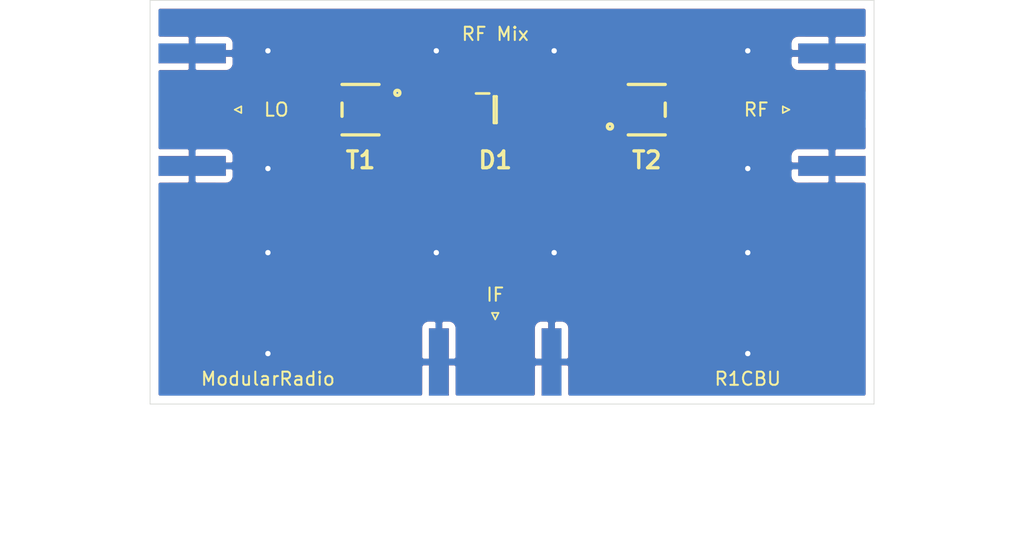
<source format=kicad_pcb>
(kicad_pcb (version 20171130) (host pcbnew 5.1.9-5.1.9)

  (general
    (thickness 1.6)
    (drawings 7)
    (tracks 43)
    (zones 0)
    (modules 6)
    (nets 9)
  )

  (page A4)
  (layers
    (0 F.Cu signal)
    (31 B.Cu signal)
    (32 B.Adhes user)
    (33 F.Adhes user)
    (34 B.Paste user)
    (35 F.Paste user)
    (36 B.SilkS user)
    (37 F.SilkS user)
    (38 B.Mask user)
    (39 F.Mask user)
    (40 Dwgs.User user)
    (41 Cmts.User user)
    (42 Eco1.User user)
    (43 Eco2.User user)
    (44 Edge.Cuts user)
    (45 Margin user)
    (46 B.CrtYd user)
    (47 F.CrtYd user)
    (48 B.Fab user)
    (49 F.Fab user)
  )

  (setup
    (last_trace_width 0.25)
    (user_trace_width 0.5)
    (trace_clearance 0.2)
    (zone_clearance 0.508)
    (zone_45_only no)
    (trace_min 0.2)
    (via_size 0.8)
    (via_drill 0.4)
    (via_min_size 0.4)
    (via_min_drill 0.3)
    (uvia_size 0.3)
    (uvia_drill 0.1)
    (uvias_allowed no)
    (uvia_min_size 0.2)
    (uvia_min_drill 0.1)
    (edge_width 0.05)
    (segment_width 0.2)
    (pcb_text_width 0.3)
    (pcb_text_size 1.5 1.5)
    (mod_edge_width 0.12)
    (mod_text_size 1 1)
    (mod_text_width 0.15)
    (pad_size 1.524 1.524)
    (pad_drill 0.762)
    (pad_to_mask_clearance 0)
    (aux_axis_origin 0 0)
    (visible_elements FFFFFF7F)
    (pcbplotparams
      (layerselection 0x010fc_ffffffff)
      (usegerberextensions false)
      (usegerberattributes true)
      (usegerberadvancedattributes true)
      (creategerberjobfile true)
      (excludeedgelayer true)
      (linewidth 0.100000)
      (plotframeref false)
      (viasonmask false)
      (mode 1)
      (useauxorigin false)
      (hpglpennumber 1)
      (hpglpenspeed 20)
      (hpglpendiameter 15.000000)
      (psnegative false)
      (psa4output false)
      (plotreference true)
      (plotvalue true)
      (plotinvisibletext false)
      (padsonsilk false)
      (subtractmaskfromsilk false)
      (outputformat 1)
      (mirror false)
      (drillshape 1)
      (scaleselection 1)
      (outputdirectory ""))
  )

  (net 0 "")
  (net 1 "Net-(D1-Pad1)")
  (net 2 "Net-(D1-Pad2)")
  (net 3 "Net-(D1-Pad3)")
  (net 4 "Net-(D1-Pad6)")
  (net 5 GND)
  (net 6 "Net-(J1-Pad1)")
  (net 7 "Net-(J2-Pad1)")
  (net 8 "Net-(J3-Pad1)")

  (net_class Default "This is the default net class."
    (clearance 0.2)
    (trace_width 0.25)
    (via_dia 0.8)
    (via_drill 0.4)
    (uvia_dia 0.3)
    (uvia_drill 0.1)
    (add_net GND)
    (add_net "Net-(D1-Pad1)")
    (add_net "Net-(D1-Pad2)")
    (add_net "Net-(D1-Pad3)")
    (add_net "Net-(D1-Pad6)")
    (add_net "Net-(J1-Pad1)")
    (add_net "Net-(J2-Pad1)")
    (add_net "Net-(J3-Pad1)")
  )

  (module SOT65P210X110-6N (layer F.Cu) (tedit 601A540E) (tstamp 601ACDA2)
    (at 147.32 92.71)
    (descr SOT-363)
    (tags "Schottky Diode")
    (path /601B12BA)
    (attr smd)
    (fp_text reference D1 (at 0 3.81) (layer F.SilkS)
      (effects (font (size 1.27 1.27) (thickness 0.254)))
    )
    (fp_text value BAT54XY,115 (at 0 0) (layer F.SilkS) hide
      (effects (font (size 1.27 1.27) (thickness 0.254)))
    )
    (fp_line (start -1.45 -1.225) (end -0.45 -1.225) (layer F.SilkS) (width 0.2))
    (fp_line (start -0.1 1) (end -0.1 -1) (layer F.SilkS) (width 0.2))
    (fp_line (start 0.1 1) (end -0.1 1) (layer F.SilkS) (width 0.2))
    (fp_line (start 0.1 -1) (end 0.1 1) (layer F.SilkS) (width 0.2))
    (fp_line (start -0.1 -1) (end 0.1 -1) (layer F.SilkS) (width 0.2))
    (fp_line (start -0.625 -0.35) (end 0.025 -1) (layer Dwgs.User) (width 0.1))
    (fp_line (start -0.625 1) (end -0.625 -1) (layer Dwgs.User) (width 0.1))
    (fp_line (start 0.625 1) (end -0.625 1) (layer Dwgs.User) (width 0.1))
    (fp_line (start 0.625 -1) (end 0.625 1) (layer Dwgs.User) (width 0.1))
    (fp_line (start -0.625 -1) (end 0.625 -1) (layer Dwgs.User) (width 0.1))
    (fp_line (start -1.7 1.35) (end -1.7 -1.35) (layer Dwgs.User) (width 0.05))
    (fp_line (start 1.7 1.35) (end -1.7 1.35) (layer Dwgs.User) (width 0.05))
    (fp_line (start 1.7 -1.35) (end 1.7 1.35) (layer Dwgs.User) (width 0.05))
    (fp_line (start -1.7 -1.35) (end 1.7 -1.35) (layer Dwgs.User) (width 0.05))
    (pad 1 smd rect (at -0.95 -0.65 90) (size 0.45 1) (layers F.Cu F.Paste F.Mask)
      (net 1 "Net-(D1-Pad1)"))
    (pad 2 smd rect (at -0.95 0 90) (size 0.45 1) (layers F.Cu F.Paste F.Mask)
      (net 2 "Net-(D1-Pad2)"))
    (pad 3 smd rect (at -0.95 0.65 90) (size 0.45 1) (layers F.Cu F.Paste F.Mask)
      (net 3 "Net-(D1-Pad3)"))
    (pad 4 smd rect (at 0.95 0.65 90) (size 0.45 1) (layers F.Cu F.Paste F.Mask)
      (net 2 "Net-(D1-Pad2)"))
    (pad 5 smd rect (at 0.95 0 90) (size 0.45 1) (layers F.Cu F.Paste F.Mask)
      (net 1 "Net-(D1-Pad1)"))
    (pad 6 smd rect (at 0.95 -0.65 90) (size 0.45 1) (layers F.Cu F.Paste F.Mask)
      (net 4 "Net-(D1-Pad6)"))
  )

  (module Connector_Coaxial:SMA_Amphenol_132289_EdgeMount (layer F.Cu) (tedit 5A1C1810) (tstamp 601AC72F)
    (at 124.46 92.71 180)
    (descr http://www.amphenolrf.com/132289.html)
    (tags SMA)
    (path /601B91E5)
    (attr smd)
    (fp_text reference LO (at -6.35 0 180) (layer F.SilkS)
      (effects (font (size 1 1) (thickness 0.15)))
    )
    (fp_text value LO (at 5 6) (layer F.Fab)
      (effects (font (size 1 1) (thickness 0.15)))
    )
    (fp_line (start -3.71 0.25) (end -3.21 0) (layer F.SilkS) (width 0.12))
    (fp_line (start -3.71 -0.25) (end -3.71 0.25) (layer F.SilkS) (width 0.12))
    (fp_line (start -3.21 0) (end -3.71 -0.25) (layer F.SilkS) (width 0.12))
    (fp_line (start 3.54 0) (end 2.54 0.75) (layer F.Fab) (width 0.1))
    (fp_line (start 2.54 -0.75) (end 3.54 0) (layer F.Fab) (width 0.1))
    (fp_line (start 14.47 -5.58) (end -3.04 -5.58) (layer F.CrtYd) (width 0.05))
    (fp_line (start 14.47 -5.58) (end 14.47 5.58) (layer F.CrtYd) (width 0.05))
    (fp_line (start 14.47 5.58) (end -3.04 5.58) (layer F.CrtYd) (width 0.05))
    (fp_line (start -3.04 5.58) (end -3.04 -5.58) (layer F.CrtYd) (width 0.05))
    (fp_line (start 14.47 -5.58) (end -3.04 -5.58) (layer B.CrtYd) (width 0.05))
    (fp_line (start 14.47 -5.58) (end 14.47 5.58) (layer B.CrtYd) (width 0.05))
    (fp_line (start 14.47 5.58) (end -3.04 5.58) (layer B.CrtYd) (width 0.05))
    (fp_line (start -3.04 5.58) (end -3.04 -5.58) (layer B.CrtYd) (width 0.05))
    (fp_line (start 4.445 -3.81) (end 13.97 -3.81) (layer F.Fab) (width 0.1))
    (fp_line (start 13.97 -3.81) (end 13.97 3.81) (layer F.Fab) (width 0.1))
    (fp_line (start 13.97 3.81) (end 4.445 3.81) (layer F.Fab) (width 0.1))
    (fp_line (start 4.445 5.08) (end 4.445 3.81) (layer F.Fab) (width 0.1))
    (fp_line (start 4.445 -3.81) (end 4.445 -5.08) (layer F.Fab) (width 0.1))
    (fp_line (start -1.91 -5.08) (end 4.445 -5.08) (layer F.Fab) (width 0.1))
    (fp_line (start -1.91 -5.08) (end -1.91 -3.81) (layer F.Fab) (width 0.1))
    (fp_line (start -1.91 -3.81) (end 2.54 -3.81) (layer F.Fab) (width 0.1))
    (fp_line (start 2.54 -3.81) (end 2.54 3.81) (layer F.Fab) (width 0.1))
    (fp_line (start 2.54 3.81) (end -1.91 3.81) (layer F.Fab) (width 0.1))
    (fp_line (start -1.91 3.81) (end -1.91 5.08) (layer F.Fab) (width 0.1))
    (fp_line (start -1.91 5.08) (end 4.445 5.08) (layer F.Fab) (width 0.1))
    (fp_text user %R (at 4.79 0 270) (layer F.Fab)
      (effects (font (size 1 1) (thickness 0.15)))
    )
    (pad 2 smd rect (at 0 4.25 270) (size 1.5 5.08) (layers B.Cu B.Paste B.Mask)
      (net 5 GND))
    (pad 2 smd rect (at 0 -4.25 270) (size 1.5 5.08) (layers B.Cu B.Paste B.Mask)
      (net 5 GND))
    (pad 2 smd rect (at 0 4.25 270) (size 1.5 5.08) (layers F.Cu F.Paste F.Mask)
      (net 5 GND))
    (pad 2 smd rect (at 0 -4.25 270) (size 1.5 5.08) (layers F.Cu F.Paste F.Mask)
      (net 5 GND))
    (pad 1 smd rect (at 0 0 270) (size 1.5 5.08) (layers F.Cu F.Paste F.Mask)
      (net 6 "Net-(J1-Pad1)"))
    (model ${KISYS3DMOD}/Connector_Coaxial.3dshapes/SMA_Amphenol_132289_EdgeMount.wrl
      (at (xyz 0 0 0))
      (scale (xyz 1 1 1))
      (rotate (xyz 0 0 0))
    )
  )

  (module Connector_Coaxial:SMA_Amphenol_132289_EdgeMount (layer F.Cu) (tedit 5A1C1810) (tstamp 601AC5BE)
    (at 147.32 111.76 270)
    (descr http://www.amphenolrf.com/132289.html)
    (tags SMA)
    (path /601BBC0E)
    (attr smd)
    (fp_text reference IF (at -5.08 0) (layer F.SilkS)
      (effects (font (size 1 1) (thickness 0.15)))
    )
    (fp_text value IF (at 5 6 90) (layer F.Fab)
      (effects (font (size 1 1) (thickness 0.15)))
    )
    (fp_line (start -3.71 0.25) (end -3.21 0) (layer F.SilkS) (width 0.12))
    (fp_line (start -3.71 -0.25) (end -3.71 0.25) (layer F.SilkS) (width 0.12))
    (fp_line (start -3.21 0) (end -3.71 -0.25) (layer F.SilkS) (width 0.12))
    (fp_line (start 3.54 0) (end 2.54 0.75) (layer F.Fab) (width 0.1))
    (fp_line (start 2.54 -0.75) (end 3.54 0) (layer F.Fab) (width 0.1))
    (fp_line (start 14.47 -5.58) (end -3.04 -5.58) (layer F.CrtYd) (width 0.05))
    (fp_line (start 14.47 -5.58) (end 14.47 5.58) (layer F.CrtYd) (width 0.05))
    (fp_line (start 14.47 5.58) (end -3.04 5.58) (layer F.CrtYd) (width 0.05))
    (fp_line (start -3.04 5.58) (end -3.04 -5.58) (layer F.CrtYd) (width 0.05))
    (fp_line (start 14.47 -5.58) (end -3.04 -5.58) (layer B.CrtYd) (width 0.05))
    (fp_line (start 14.47 -5.58) (end 14.47 5.58) (layer B.CrtYd) (width 0.05))
    (fp_line (start 14.47 5.58) (end -3.04 5.58) (layer B.CrtYd) (width 0.05))
    (fp_line (start -3.04 5.58) (end -3.04 -5.58) (layer B.CrtYd) (width 0.05))
    (fp_line (start 4.445 -3.81) (end 13.97 -3.81) (layer F.Fab) (width 0.1))
    (fp_line (start 13.97 -3.81) (end 13.97 3.81) (layer F.Fab) (width 0.1))
    (fp_line (start 13.97 3.81) (end 4.445 3.81) (layer F.Fab) (width 0.1))
    (fp_line (start 4.445 5.08) (end 4.445 3.81) (layer F.Fab) (width 0.1))
    (fp_line (start 4.445 -3.81) (end 4.445 -5.08) (layer F.Fab) (width 0.1))
    (fp_line (start -1.91 -5.08) (end 4.445 -5.08) (layer F.Fab) (width 0.1))
    (fp_line (start -1.91 -5.08) (end -1.91 -3.81) (layer F.Fab) (width 0.1))
    (fp_line (start -1.91 -3.81) (end 2.54 -3.81) (layer F.Fab) (width 0.1))
    (fp_line (start 2.54 -3.81) (end 2.54 3.81) (layer F.Fab) (width 0.1))
    (fp_line (start 2.54 3.81) (end -1.91 3.81) (layer F.Fab) (width 0.1))
    (fp_line (start -1.91 3.81) (end -1.91 5.08) (layer F.Fab) (width 0.1))
    (fp_line (start -1.91 5.08) (end 4.445 5.08) (layer F.Fab) (width 0.1))
    (fp_text user %R (at 4.79 0 180) (layer F.Fab)
      (effects (font (size 1 1) (thickness 0.15)))
    )
    (pad 2 smd rect (at 0 4.25) (size 1.5 5.08) (layers B.Cu B.Paste B.Mask)
      (net 5 GND))
    (pad 2 smd rect (at 0 -4.25) (size 1.5 5.08) (layers B.Cu B.Paste B.Mask)
      (net 5 GND))
    (pad 2 smd rect (at 0 4.25) (size 1.5 5.08) (layers F.Cu F.Paste F.Mask)
      (net 5 GND))
    (pad 2 smd rect (at 0 -4.25) (size 1.5 5.08) (layers F.Cu F.Paste F.Mask)
      (net 5 GND))
    (pad 1 smd rect (at 0 0) (size 1.5 5.08) (layers F.Cu F.Paste F.Mask)
      (net 7 "Net-(J2-Pad1)"))
    (model ${KISYS3DMOD}/Connector_Coaxial.3dshapes/SMA_Amphenol_132289_EdgeMount.wrl
      (at (xyz 0 0 0))
      (scale (xyz 1 1 1))
      (rotate (xyz 0 0 0))
    )
  )

  (module Connector_Coaxial:SMA_Amphenol_132289_EdgeMount (layer F.Cu) (tedit 5A1C1810) (tstamp 601AC6C9)
    (at 172.72 92.71)
    (descr http://www.amphenolrf.com/132289.html)
    (tags SMA)
    (path /601BB082)
    (attr smd)
    (fp_text reference RF (at -5.715 0 180) (layer F.SilkS)
      (effects (font (size 1 1) (thickness 0.15)))
    )
    (fp_text value RF (at 5 6) (layer F.Fab)
      (effects (font (size 1 1) (thickness 0.15)))
    )
    (fp_line (start -1.91 5.08) (end 4.445 5.08) (layer F.Fab) (width 0.1))
    (fp_line (start -1.91 3.81) (end -1.91 5.08) (layer F.Fab) (width 0.1))
    (fp_line (start 2.54 3.81) (end -1.91 3.81) (layer F.Fab) (width 0.1))
    (fp_line (start 2.54 -3.81) (end 2.54 3.81) (layer F.Fab) (width 0.1))
    (fp_line (start -1.91 -3.81) (end 2.54 -3.81) (layer F.Fab) (width 0.1))
    (fp_line (start -1.91 -5.08) (end -1.91 -3.81) (layer F.Fab) (width 0.1))
    (fp_line (start -1.91 -5.08) (end 4.445 -5.08) (layer F.Fab) (width 0.1))
    (fp_line (start 4.445 -3.81) (end 4.445 -5.08) (layer F.Fab) (width 0.1))
    (fp_line (start 4.445 5.08) (end 4.445 3.81) (layer F.Fab) (width 0.1))
    (fp_line (start 13.97 3.81) (end 4.445 3.81) (layer F.Fab) (width 0.1))
    (fp_line (start 13.97 -3.81) (end 13.97 3.81) (layer F.Fab) (width 0.1))
    (fp_line (start 4.445 -3.81) (end 13.97 -3.81) (layer F.Fab) (width 0.1))
    (fp_line (start -3.04 5.58) (end -3.04 -5.58) (layer B.CrtYd) (width 0.05))
    (fp_line (start 14.47 5.58) (end -3.04 5.58) (layer B.CrtYd) (width 0.05))
    (fp_line (start 14.47 -5.58) (end 14.47 5.58) (layer B.CrtYd) (width 0.05))
    (fp_line (start 14.47 -5.58) (end -3.04 -5.58) (layer B.CrtYd) (width 0.05))
    (fp_line (start -3.04 5.58) (end -3.04 -5.58) (layer F.CrtYd) (width 0.05))
    (fp_line (start 14.47 5.58) (end -3.04 5.58) (layer F.CrtYd) (width 0.05))
    (fp_line (start 14.47 -5.58) (end 14.47 5.58) (layer F.CrtYd) (width 0.05))
    (fp_line (start 14.47 -5.58) (end -3.04 -5.58) (layer F.CrtYd) (width 0.05))
    (fp_line (start 2.54 -0.75) (end 3.54 0) (layer F.Fab) (width 0.1))
    (fp_line (start 3.54 0) (end 2.54 0.75) (layer F.Fab) (width 0.1))
    (fp_line (start -3.21 0) (end -3.71 -0.25) (layer F.SilkS) (width 0.12))
    (fp_line (start -3.71 -0.25) (end -3.71 0.25) (layer F.SilkS) (width 0.12))
    (fp_line (start -3.71 0.25) (end -3.21 0) (layer F.SilkS) (width 0.12))
    (fp_text user %R (at 4.79 0 270) (layer F.Fab)
      (effects (font (size 1 1) (thickness 0.15)))
    )
    (pad 1 smd rect (at 0 0 90) (size 1.5 5.08) (layers F.Cu F.Paste F.Mask)
      (net 8 "Net-(J3-Pad1)"))
    (pad 2 smd rect (at 0 -4.25 90) (size 1.5 5.08) (layers F.Cu F.Paste F.Mask)
      (net 5 GND))
    (pad 2 smd rect (at 0 4.25 90) (size 1.5 5.08) (layers F.Cu F.Paste F.Mask)
      (net 5 GND))
    (pad 2 smd rect (at 0 -4.25 90) (size 1.5 5.08) (layers B.Cu B.Paste B.Mask)
      (net 5 GND))
    (pad 2 smd rect (at 0 4.25 90) (size 1.5 5.08) (layers B.Cu B.Paste B.Mask)
      (net 5 GND))
    (model ${KISYS3DMOD}/Connector_Coaxial.3dshapes/SMA_Amphenol_132289_EdgeMount.wrl
      (at (xyz 0 0 0))
      (scale (xyz 1 1 1))
      (rotate (xyz 0 0 0))
    )
  )

  (module E_SERIES_1 (layer F.Cu) (tedit 60154834) (tstamp 601AC657)
    (at 137.16 92.71)
    (descr E_Series_1)
    (tags Transformer)
    (path /601A972C)
    (attr smd)
    (fp_text reference T1 (at 0 3.81) (layer F.SilkS)
      (effects (font (size 1.27 1.27) (thickness 0.254)))
    )
    (fp_text value ETC4-1-2TR (at -0.32773 -0.06132) (layer F.SilkS) hide
      (effects (font (size 1.27 1.27) (thickness 0.254)))
    )
    (fp_circle (center 2.776 -1.27) (end 2.71205 -1.27) (layer F.SilkS) (width 0.254))
    (fp_line (start -1.395 -0.5) (end -1.395 0.5) (layer F.SilkS) (width 0.25))
    (fp_line (start 1.395 1.905) (end -1.395 1.905) (layer F.SilkS) (width 0.25))
    (fp_line (start -1.395 -1.905) (end 1.395 -1.905) (layer F.SilkS) (width 0.25))
    (fp_line (start -1.395 1.905) (end -1.395 -1.905) (layer Dwgs.User) (width 0.25))
    (fp_line (start 1.395 1.905) (end -1.395 1.905) (layer Dwgs.User) (width 0.25))
    (fp_line (start 1.395 -1.905) (end 1.395 1.905) (layer Dwgs.User) (width 0.25))
    (fp_line (start -1.395 -1.905) (end 1.395 -1.905) (layer Dwgs.User) (width 0.25))
    (pad 1 smd rect (at 1.715 -1.27 90) (size 0.76 1.4) (layers F.Cu F.Paste F.Mask)
      (net 4 "Net-(D1-Pad6)"))
    (pad 2 smd rect (at 1.715 0 90) (size 0.76 1.4) (layers F.Cu F.Paste F.Mask)
      (net 5 GND))
    (pad 3 smd rect (at 1.715 1.27 90) (size 0.76 1.4) (layers F.Cu F.Paste F.Mask)
      (net 3 "Net-(D1-Pad3)"))
    (pad 4 smd rect (at -1.715 1.27 90) (size 0.76 1.4) (layers F.Cu F.Paste F.Mask)
      (net 5 GND))
    (pad 5 smd rect (at -1.715 -1.27 90) (size 0.76 1.4) (layers F.Cu F.Paste F.Mask)
      (net 6 "Net-(J1-Pad1)"))
  )

  (module E_SERIES_1 (layer F.Cu) (tedit 60154834) (tstamp 601ACA0B)
    (at 158.75 92.71 180)
    (descr E_Series_1)
    (tags Transformer)
    (path /601AB0D7)
    (attr smd)
    (fp_text reference T2 (at 0 -3.81) (layer F.SilkS)
      (effects (font (size 1.27 1.27) (thickness 0.254)))
    )
    (fp_text value ETC4-1-2TR (at -0.32773 -0.06132) (layer F.SilkS) hide
      (effects (font (size 1.27 1.27) (thickness 0.254)))
    )
    (fp_line (start -1.395 -1.905) (end 1.395 -1.905) (layer Dwgs.User) (width 0.25))
    (fp_line (start 1.395 -1.905) (end 1.395 1.905) (layer Dwgs.User) (width 0.25))
    (fp_line (start 1.395 1.905) (end -1.395 1.905) (layer Dwgs.User) (width 0.25))
    (fp_line (start -1.395 1.905) (end -1.395 -1.905) (layer Dwgs.User) (width 0.25))
    (fp_line (start -1.395 -1.905) (end 1.395 -1.905) (layer F.SilkS) (width 0.25))
    (fp_line (start 1.395 1.905) (end -1.395 1.905) (layer F.SilkS) (width 0.25))
    (fp_line (start -1.395 -0.5) (end -1.395 0.5) (layer F.SilkS) (width 0.25))
    (fp_circle (center 2.776 -1.27) (end 2.71205 -1.27) (layer F.SilkS) (width 0.254))
    (pad 5 smd rect (at -1.715 -1.27 270) (size 0.76 1.4) (layers F.Cu F.Paste F.Mask)
      (net 8 "Net-(J3-Pad1)"))
    (pad 4 smd rect (at -1.715 1.27 270) (size 0.76 1.4) (layers F.Cu F.Paste F.Mask)
      (net 5 GND))
    (pad 3 smd rect (at 1.715 1.27 270) (size 0.76 1.4) (layers F.Cu F.Paste F.Mask)
      (net 2 "Net-(D1-Pad2)"))
    (pad 2 smd rect (at 1.715 0 270) (size 0.76 1.4) (layers F.Cu F.Paste F.Mask)
      (net 7 "Net-(J2-Pad1)"))
    (pad 1 smd rect (at 1.715 -1.27 270) (size 0.76 1.4) (layers F.Cu F.Paste F.Mask)
      (net 1 "Net-(D1-Pad1)"))
  )

  (gr_text "RF Mix" (at 147.32 86.995) (layer F.SilkS)
    (effects (font (size 1 1) (thickness 0.15)))
  )
  (gr_text R1CBU (at 166.37 113.03) (layer F.SilkS)
    (effects (font (size 1 1) (thickness 0.15)))
  )
  (gr_text ModularRadio (at 130.175 113.03) (layer F.SilkS)
    (effects (font (size 1 1) (thickness 0.15)))
  )
  (gr_line (start 121.285 114.935) (end 121.285 84.455) (layer Edge.Cuts) (width 0.05) (tstamp 601AD2BA))
  (gr_line (start 175.895 114.935) (end 121.285 114.935) (layer Edge.Cuts) (width 0.05))
  (gr_line (start 175.895 84.455) (end 175.895 114.935) (layer Edge.Cuts) (width 0.05))
  (gr_line (start 121.285 84.455) (end 175.895 84.455) (layer Edge.Cuts) (width 0.05))

  (segment (start 147.680002 92.71) (end 148.27 92.71) (width 0.25) (layer F.Cu) (net 1))
  (segment (start 147.030002 92.06) (end 147.680002 92.71) (width 0.25) (layer F.Cu) (net 1))
  (segment (start 146.37 92.06) (end 147.030002 92.06) (width 0.25) (layer F.Cu) (net 1))
  (segment (start 157.985 93.98) (end 157.035 93.98) (width 0.25) (layer F.Cu) (net 1))
  (segment (start 148.27 92.71) (end 151.13 92.71) (width 0.25) (layer F.Cu) (net 1))
  (segment (start 153.67 90.17) (end 157.48 90.17) (width 0.25) (layer F.Cu) (net 1))
  (segment (start 157.48 90.17) (end 158.75 91.44) (width 0.25) (layer F.Cu) (net 1))
  (segment (start 158.75 91.44) (end 158.75 93.215) (width 0.25) (layer F.Cu) (net 1))
  (segment (start 151.13 92.71) (end 153.67 90.17) (width 0.25) (layer F.Cu) (net 1))
  (segment (start 158.75 93.215) (end 157.985 93.98) (width 0.25) (layer F.Cu) (net 1))
  (segment (start 147.693592 93.36) (end 148.27 93.36) (width 0.25) (layer F.Cu) (net 2))
  (segment (start 147.043592 92.71) (end 147.693592 93.36) (width 0.25) (layer F.Cu) (net 2))
  (segment (start 146.37 92.71) (end 147.043592 92.71) (width 0.25) (layer F.Cu) (net 2))
  (segment (start 148.27 93.36) (end 151.75 93.36) (width 0.25) (layer F.Cu) (net 2))
  (segment (start 153.67 91.44) (end 157.035 91.44) (width 0.25) (layer F.Cu) (net 2))
  (segment (start 151.75 93.36) (end 153.67 91.44) (width 0.25) (layer F.Cu) (net 2))
  (segment (start 145.75 93.98) (end 146.37 93.36) (width 0.25) (layer F.Cu) (net 3))
  (segment (start 138.875 93.98) (end 145.75 93.98) (width 0.25) (layer F.Cu) (net 3))
  (segment (start 138.875 91.44) (end 140.97 91.44) (width 0.25) (layer F.Cu) (net 4))
  (segment (start 140.97 91.44) (end 142.24 90.17) (width 0.25) (layer F.Cu) (net 4))
  (segment (start 146.38 90.17) (end 148.27 92.06) (width 0.25) (layer F.Cu) (net 4))
  (segment (start 142.24 90.17) (end 146.38 90.17) (width 0.25) (layer F.Cu) (net 4))
  (via (at 130.175 88.265) (size 0.8) (drill 0.4) (layers F.Cu B.Cu) (net 5))
  (via (at 130.175 97.155) (size 0.8) (drill 0.4) (layers F.Cu B.Cu) (net 5))
  (via (at 130.175 103.505) (size 0.8) (drill 0.4) (layers F.Cu B.Cu) (net 5))
  (via (at 130.175 111.125) (size 0.8) (drill 0.4) (layers F.Cu B.Cu) (net 5))
  (via (at 166.37 88.265) (size 0.8) (drill 0.4) (layers F.Cu B.Cu) (net 5))
  (via (at 166.37 97.155) (size 0.8) (drill 0.4) (layers F.Cu B.Cu) (net 5))
  (via (at 166.37 103.505) (size 0.8) (drill 0.4) (layers F.Cu B.Cu) (net 5))
  (via (at 166.37 111.125) (size 0.8) (drill 0.4) (layers F.Cu B.Cu) (net 5))
  (via (at 142.875 103.505) (size 0.8) (drill 0.4) (layers F.Cu B.Cu) (net 5))
  (via (at 151.765 103.505) (size 0.8) (drill 0.4) (layers F.Cu B.Cu) (net 5))
  (via (at 142.875 88.265) (size 0.8) (drill 0.4) (layers F.Cu B.Cu) (net 5))
  (via (at 151.765 88.265) (size 0.8) (drill 0.4) (layers F.Cu B.Cu) (net 5))
  (segment (start 135.445 91.44) (end 130.81 91.44) (width 0.5) (layer F.Cu) (net 6))
  (segment (start 129.54 92.71) (end 124.46 92.71) (width 0.5) (layer F.Cu) (net 6) (tstamp 601A886C))
  (segment (start 130.81 91.44) (end 129.54 92.71) (width 0.5) (layer F.Cu) (net 6))
  (segment (start 156.085 92.71) (end 147.32 101.475) (width 0.5) (layer F.Cu) (net 7))
  (segment (start 157.035 92.71) (end 156.085 92.71) (width 0.5) (layer F.Cu) (net 7))
  (segment (start 147.32 101.475) (end 147.32 111.76) (width 0.5) (layer F.Cu) (net 7))
  (segment (start 160.465 93.98) (end 163.83 93.98) (width 0.5) (layer F.Cu) (net 8))
  (segment (start 165.1 92.71) (end 172.72 92.71) (width 0.5) (layer F.Cu) (net 8))
  (segment (start 163.83 93.98) (end 165.1 92.71) (width 0.5) (layer F.Cu) (net 8))

  (zone (net 5) (net_name GND) (layer F.Cu) (tstamp 0) (hatch edge 0.508)
    (connect_pads (clearance 0.508))
    (min_thickness 0.254)
    (fill yes (arc_segments 32) (thermal_gap 0.508) (thermal_bridge_width 0.508))
    (polygon
      (pts
        (xy 175.26 114.3) (xy 121.92 114.3) (xy 121.92 85.09) (xy 175.26 85.09)
      )
    )
    (filled_polygon
      (pts
        (xy 169.590498 93.70418) (xy 169.649463 93.814494) (xy 169.728815 93.911185) (xy 169.825506 93.990537) (xy 169.93582 94.049502)
        (xy 170.055518 94.085812) (xy 170.18 94.098072) (xy 175.133 94.098072) (xy 175.133 95.572101) (xy 173.00575 95.575)
        (xy 172.847 95.73375) (xy 172.847 96.833) (xy 172.867 96.833) (xy 172.867 97.087) (xy 172.847 97.087)
        (xy 172.847 98.18625) (xy 173.00575 98.345) (xy 175.133 98.347899) (xy 175.133 114.173) (xy 152.957899 114.173)
        (xy 152.955 112.04575) (xy 152.79625 111.887) (xy 151.697 111.887) (xy 151.697 111.907) (xy 151.443 111.907)
        (xy 151.443 111.887) (xy 150.34375 111.887) (xy 150.185 112.04575) (xy 150.182101 114.173) (xy 148.708072 114.173)
        (xy 148.708072 109.22) (xy 150.181928 109.22) (xy 150.185 111.47425) (xy 150.34375 111.633) (xy 151.443 111.633)
        (xy 151.443 108.74375) (xy 151.697 108.74375) (xy 151.697 111.633) (xy 152.79625 111.633) (xy 152.955 111.47425)
        (xy 152.958072 109.22) (xy 152.945812 109.095518) (xy 152.909502 108.97582) (xy 152.850537 108.865506) (xy 152.771185 108.768815)
        (xy 152.674494 108.689463) (xy 152.56418 108.630498) (xy 152.444482 108.594188) (xy 152.32 108.581928) (xy 151.85575 108.585)
        (xy 151.697 108.74375) (xy 151.443 108.74375) (xy 151.28425 108.585) (xy 150.82 108.581928) (xy 150.695518 108.594188)
        (xy 150.57582 108.630498) (xy 150.465506 108.689463) (xy 150.368815 108.768815) (xy 150.289463 108.865506) (xy 150.230498 108.97582)
        (xy 150.194188 109.095518) (xy 150.181928 109.22) (xy 148.708072 109.22) (xy 148.695812 109.095518) (xy 148.659502 108.97582)
        (xy 148.600537 108.865506) (xy 148.521185 108.768815) (xy 148.424494 108.689463) (xy 148.31418 108.630498) (xy 148.205 108.597379)
        (xy 148.205 101.841578) (xy 152.336578 97.71) (xy 169.541928 97.71) (xy 169.554188 97.834482) (xy 169.590498 97.95418)
        (xy 169.649463 98.064494) (xy 169.728815 98.161185) (xy 169.825506 98.240537) (xy 169.93582 98.299502) (xy 170.055518 98.335812)
        (xy 170.18 98.348072) (xy 172.43425 98.345) (xy 172.593 98.18625) (xy 172.593 97.087) (xy 169.70375 97.087)
        (xy 169.545 97.24575) (xy 169.541928 97.71) (xy 152.336578 97.71) (xy 153.836578 96.21) (xy 169.541928 96.21)
        (xy 169.545 96.67425) (xy 169.70375 96.833) (xy 172.593 96.833) (xy 172.593 95.73375) (xy 172.43425 95.575)
        (xy 170.18 95.571928) (xy 170.055518 95.584188) (xy 169.93582 95.620498) (xy 169.825506 95.679463) (xy 169.728815 95.758815)
        (xy 169.649463 95.855506) (xy 169.590498 95.96582) (xy 169.554188 96.085518) (xy 169.541928 96.21) (xy 153.836578 96.21)
        (xy 155.696928 94.349651) (xy 155.696928 94.36) (xy 155.709188 94.484482) (xy 155.745498 94.60418) (xy 155.804463 94.714494)
        (xy 155.883815 94.811185) (xy 155.980506 94.890537) (xy 156.09082 94.949502) (xy 156.210518 94.985812) (xy 156.335 94.998072)
        (xy 157.735 94.998072) (xy 157.859482 94.985812) (xy 157.97918 94.949502) (xy 158.089494 94.890537) (xy 158.186185 94.811185)
        (xy 158.265537 94.714494) (xy 158.282516 94.68273) (xy 158.409276 94.614974) (xy 158.525001 94.520001) (xy 158.548803 94.490998)
        (xy 159.126928 93.912875) (xy 159.126928 94.36) (xy 159.139188 94.484482) (xy 159.175498 94.60418) (xy 159.234463 94.714494)
        (xy 159.313815 94.811185) (xy 159.410506 94.890537) (xy 159.52082 94.949502) (xy 159.640518 94.985812) (xy 159.765 94.998072)
        (xy 161.165 94.998072) (xy 161.289482 94.985812) (xy 161.40918 94.949502) (xy 161.519494 94.890537) (xy 161.550611 94.865)
        (xy 163.786531 94.865) (xy 163.83 94.869281) (xy 163.873469 94.865) (xy 163.873477 94.865) (xy 164.00349 94.852195)
        (xy 164.170313 94.801589) (xy 164.324059 94.719411) (xy 164.458817 94.608817) (xy 164.486534 94.575044) (xy 165.466579 93.595)
        (xy 169.557379 93.595)
      )
    )
    (filled_polygon
      (pts
        (xy 175.133 87.072101) (xy 173.00575 87.075) (xy 172.847 87.23375) (xy 172.847 88.333) (xy 172.867 88.333)
        (xy 172.867 88.587) (xy 172.847 88.587) (xy 172.847 89.68625) (xy 173.00575 89.845) (xy 175.133 89.847899)
        (xy 175.133 91.321928) (xy 170.18 91.321928) (xy 170.055518 91.334188) (xy 169.93582 91.370498) (xy 169.825506 91.429463)
        (xy 169.728815 91.508815) (xy 169.649463 91.605506) (xy 169.590498 91.71582) (xy 169.557379 91.825) (xy 165.143465 91.825)
        (xy 165.099999 91.820719) (xy 165.056533 91.825) (xy 165.056523 91.825) (xy 164.92651 91.837805) (xy 164.759687 91.888411)
        (xy 164.605941 91.970589) (xy 164.605939 91.97059) (xy 164.60594 91.97059) (xy 164.504953 92.053468) (xy 164.504951 92.05347)
        (xy 164.471183 92.081183) (xy 164.44347 92.114951) (xy 163.463422 93.095) (xy 161.550611 93.095) (xy 161.519494 93.069463)
        (xy 161.40918 93.010498) (xy 161.289482 92.974188) (xy 161.165 92.961928) (xy 159.765 92.961928) (xy 159.640518 92.974188)
        (xy 159.52082 93.010498) (xy 159.51 93.016282) (xy 159.51 92.403718) (xy 159.52082 92.409502) (xy 159.640518 92.445812)
        (xy 159.765 92.458072) (xy 160.17925 92.455) (xy 160.338 92.29625) (xy 160.338 91.567) (xy 160.592 91.567)
        (xy 160.592 92.29625) (xy 160.75075 92.455) (xy 161.165 92.458072) (xy 161.289482 92.445812) (xy 161.40918 92.409502)
        (xy 161.519494 92.350537) (xy 161.616185 92.271185) (xy 161.695537 92.174494) (xy 161.754502 92.06418) (xy 161.790812 91.944482)
        (xy 161.803072 91.82) (xy 161.8 91.72575) (xy 161.64125 91.567) (xy 160.592 91.567) (xy 160.338 91.567)
        (xy 160.318 91.567) (xy 160.318 91.313) (xy 160.338 91.313) (xy 160.338 90.58375) (xy 160.592 90.58375)
        (xy 160.592 91.313) (xy 161.64125 91.313) (xy 161.8 91.15425) (xy 161.803072 91.06) (xy 161.790812 90.935518)
        (xy 161.754502 90.81582) (xy 161.695537 90.705506) (xy 161.616185 90.608815) (xy 161.519494 90.529463) (xy 161.40918 90.470498)
        (xy 161.289482 90.434188) (xy 161.165 90.421928) (xy 160.75075 90.425) (xy 160.592 90.58375) (xy 160.338 90.58375)
        (xy 160.17925 90.425) (xy 159.765 90.421928) (xy 159.640518 90.434188) (xy 159.52082 90.470498) (xy 159.410506 90.529463)
        (xy 159.313815 90.608815) (xy 159.234463 90.705506) (xy 159.184249 90.799448) (xy 158.043804 89.659003) (xy 158.020001 89.629999)
        (xy 157.904276 89.535026) (xy 157.772247 89.464454) (xy 157.628986 89.420997) (xy 157.517333 89.41) (xy 157.517322 89.41)
        (xy 157.48 89.406324) (xy 157.442678 89.41) (xy 153.707322 89.41) (xy 153.669999 89.406324) (xy 153.632676 89.41)
        (xy 153.632667 89.41) (xy 153.521014 89.420997) (xy 153.377753 89.464454) (xy 153.245724 89.535026) (xy 153.245722 89.535027)
        (xy 153.245723 89.535027) (xy 153.158996 89.606201) (xy 153.158992 89.606205) (xy 153.129999 89.629999) (xy 153.106205 89.658992)
        (xy 150.815199 91.95) (xy 149.408072 91.95) (xy 149.408072 91.835) (xy 149.395812 91.710518) (xy 149.359502 91.59082)
        (xy 149.300537 91.480506) (xy 149.221185 91.383815) (xy 149.124494 91.304463) (xy 149.01418 91.245498) (xy 148.894482 91.209188)
        (xy 148.77 91.196928) (xy 148.48173 91.196928) (xy 146.943804 89.659003) (xy 146.920001 89.629999) (xy 146.804276 89.535026)
        (xy 146.672247 89.464454) (xy 146.528986 89.420997) (xy 146.417333 89.41) (xy 146.417322 89.41) (xy 146.38 89.406324)
        (xy 146.342678 89.41) (xy 142.277322 89.41) (xy 142.239999 89.406324) (xy 142.202676 89.41) (xy 142.202667 89.41)
        (xy 142.091014 89.420997) (xy 141.947753 89.464454) (xy 141.815724 89.535026) (xy 141.699999 89.629999) (xy 141.676201 89.658997)
        (xy 140.655199 90.68) (xy 140.084605 90.68) (xy 140.026185 90.608815) (xy 139.929494 90.529463) (xy 139.81918 90.470498)
        (xy 139.699482 90.434188) (xy 139.575 90.421928) (xy 138.175 90.421928) (xy 138.050518 90.434188) (xy 137.93082 90.470498)
        (xy 137.820506 90.529463) (xy 137.723815 90.608815) (xy 137.644463 90.705506) (xy 137.585498 90.81582) (xy 137.549188 90.935518)
        (xy 137.536928 91.06) (xy 137.536928 91.82) (xy 137.549188 91.944482) (xy 137.585498 92.06418) (xy 137.591282 92.075)
        (xy 137.585498 92.08582) (xy 137.549188 92.205518) (xy 137.536928 92.33) (xy 137.54 92.42425) (xy 137.69875 92.583)
        (xy 138.748 92.583) (xy 138.748 92.563) (xy 139.002 92.563) (xy 139.002 92.583) (xy 140.05125 92.583)
        (xy 140.21 92.42425) (xy 140.213072 92.33) (xy 140.200812 92.205518) (xy 140.199138 92.2) (xy 140.932678 92.2)
        (xy 140.97 92.203676) (xy 141.007322 92.2) (xy 141.007333 92.2) (xy 141.118986 92.189003) (xy 141.262247 92.145546)
        (xy 141.394276 92.074974) (xy 141.510001 91.980001) (xy 141.533804 91.950997) (xy 142.554802 90.93) (xy 146.065199 90.93)
        (xy 146.332127 91.196928) (xy 145.87 91.196928) (xy 145.745518 91.209188) (xy 145.62582 91.245498) (xy 145.515506 91.304463)
        (xy 145.418815 91.383815) (xy 145.339463 91.480506) (xy 145.280498 91.59082) (xy 145.244188 91.710518) (xy 145.231928 91.835)
        (xy 145.231928 92.285) (xy 145.241777 92.385) (xy 145.231928 92.485) (xy 145.231928 92.935) (xy 145.241777 93.035)
        (xy 145.231928 93.135) (xy 145.231928 93.22) (xy 140.199138 93.22) (xy 140.200812 93.214482) (xy 140.213072 93.09)
        (xy 140.21 92.99575) (xy 140.05125 92.837) (xy 139.002 92.837) (xy 139.002 92.857) (xy 138.748 92.857)
        (xy 138.748 92.837) (xy 137.69875 92.837) (xy 137.54 92.99575) (xy 137.536928 93.09) (xy 137.549188 93.214482)
        (xy 137.585498 93.33418) (xy 137.591282 93.345) (xy 137.585498 93.35582) (xy 137.549188 93.475518) (xy 137.536928 93.6)
        (xy 137.536928 94.36) (xy 137.549188 94.484482) (xy 137.585498 94.60418) (xy 137.644463 94.714494) (xy 137.723815 94.811185)
        (xy 137.820506 94.890537) (xy 137.93082 94.949502) (xy 138.050518 94.985812) (xy 138.175 94.998072) (xy 139.575 94.998072)
        (xy 139.699482 94.985812) (xy 139.81918 94.949502) (xy 139.929494 94.890537) (xy 140.026185 94.811185) (xy 140.084605 94.74)
        (xy 145.712678 94.74) (xy 145.75 94.743676) (xy 145.787322 94.74) (xy 145.787333 94.74) (xy 145.898986 94.729003)
        (xy 146.042247 94.685546) (xy 146.174276 94.614974) (xy 146.290001 94.520001) (xy 146.313803 94.490998) (xy 146.58173 94.223072)
        (xy 146.87 94.223072) (xy 146.994482 94.210812) (xy 147.11418 94.174502) (xy 147.224494 94.115537) (xy 147.32 94.037158)
        (xy 147.415506 94.115537) (xy 147.52582 94.174502) (xy 147.645518 94.210812) (xy 147.77 94.223072) (xy 148.77 94.223072)
        (xy 148.894482 94.210812) (xy 149.01418 94.174502) (xy 149.116144 94.12) (xy 151.712678 94.12) (xy 151.75 94.123676)
        (xy 151.787322 94.12) (xy 151.787333 94.12) (xy 151.898986 94.109003) (xy 152.042247 94.065546) (xy 152.174276 93.994974)
        (xy 152.290001 93.900001) (xy 152.313804 93.870997) (xy 153.984802 92.2) (xy 155.343421 92.2) (xy 146.724956 100.818466)
        (xy 146.691183 100.846183) (xy 146.580589 100.980942) (xy 146.498411 101.134688) (xy 146.447805 101.301511) (xy 146.435 101.431524)
        (xy 146.435 101.431531) (xy 146.430719 101.475) (xy 146.435 101.518469) (xy 146.435001 108.597378) (xy 146.32582 108.630498)
        (xy 146.215506 108.689463) (xy 146.118815 108.768815) (xy 146.039463 108.865506) (xy 145.980498 108.97582) (xy 145.944188 109.095518)
        (xy 145.931928 109.22) (xy 145.931928 114.173) (xy 144.457899 114.173) (xy 144.455 112.04575) (xy 144.29625 111.887)
        (xy 143.197 111.887) (xy 143.197 111.907) (xy 142.943 111.907) (xy 142.943 111.887) (xy 141.84375 111.887)
        (xy 141.685 112.04575) (xy 141.682101 114.173) (xy 122.047 114.173) (xy 122.047 109.22) (xy 141.681928 109.22)
        (xy 141.685 111.47425) (xy 141.84375 111.633) (xy 142.943 111.633) (xy 142.943 108.74375) (xy 143.197 108.74375)
        (xy 143.197 111.633) (xy 144.29625 111.633) (xy 144.455 111.47425) (xy 144.458072 109.22) (xy 144.445812 109.095518)
        (xy 144.409502 108.97582) (xy 144.350537 108.865506) (xy 144.271185 108.768815) (xy 144.174494 108.689463) (xy 144.06418 108.630498)
        (xy 143.944482 108.594188) (xy 143.82 108.581928) (xy 143.35575 108.585) (xy 143.197 108.74375) (xy 142.943 108.74375)
        (xy 142.78425 108.585) (xy 142.32 108.581928) (xy 142.195518 108.594188) (xy 142.07582 108.630498) (xy 141.965506 108.689463)
        (xy 141.868815 108.768815) (xy 141.789463 108.865506) (xy 141.730498 108.97582) (xy 141.694188 109.095518) (xy 141.681928 109.22)
        (xy 122.047 109.22) (xy 122.047 98.347899) (xy 124.17425 98.345) (xy 124.333 98.18625) (xy 124.333 97.087)
        (xy 124.587 97.087) (xy 124.587 98.18625) (xy 124.74575 98.345) (xy 127 98.348072) (xy 127.124482 98.335812)
        (xy 127.24418 98.299502) (xy 127.354494 98.240537) (xy 127.451185 98.161185) (xy 127.530537 98.064494) (xy 127.589502 97.95418)
        (xy 127.625812 97.834482) (xy 127.638072 97.71) (xy 127.635 97.24575) (xy 127.47625 97.087) (xy 124.587 97.087)
        (xy 124.333 97.087) (xy 124.313 97.087) (xy 124.313 96.833) (xy 124.333 96.833) (xy 124.333 95.73375)
        (xy 124.587 95.73375) (xy 124.587 96.833) (xy 127.47625 96.833) (xy 127.635 96.67425) (xy 127.638072 96.21)
        (xy 127.625812 96.085518) (xy 127.589502 95.96582) (xy 127.530537 95.855506) (xy 127.451185 95.758815) (xy 127.354494 95.679463)
        (xy 127.24418 95.620498) (xy 127.124482 95.584188) (xy 127 95.571928) (xy 124.74575 95.575) (xy 124.587 95.73375)
        (xy 124.333 95.73375) (xy 124.17425 95.575) (xy 122.047 95.572101) (xy 122.047 94.36) (xy 134.106928 94.36)
        (xy 134.119188 94.484482) (xy 134.155498 94.60418) (xy 134.214463 94.714494) (xy 134.293815 94.811185) (xy 134.390506 94.890537)
        (xy 134.50082 94.949502) (xy 134.620518 94.985812) (xy 134.745 94.998072) (xy 135.15925 94.995) (xy 135.318 94.83625)
        (xy 135.318 94.107) (xy 135.572 94.107) (xy 135.572 94.83625) (xy 135.73075 94.995) (xy 136.145 94.998072)
        (xy 136.269482 94.985812) (xy 136.38918 94.949502) (xy 136.499494 94.890537) (xy 136.596185 94.811185) (xy 136.675537 94.714494)
        (xy 136.734502 94.60418) (xy 136.770812 94.484482) (xy 136.783072 94.36) (xy 136.78 94.26575) (xy 136.62125 94.107)
        (xy 135.572 94.107) (xy 135.318 94.107) (xy 134.26875 94.107) (xy 134.11 94.26575) (xy 134.106928 94.36)
        (xy 122.047 94.36) (xy 122.047 94.098072) (xy 127 94.098072) (xy 127.124482 94.085812) (xy 127.24418 94.049502)
        (xy 127.354494 93.990537) (xy 127.451185 93.911185) (xy 127.530537 93.814494) (xy 127.589502 93.70418) (xy 127.621104 93.6)
        (xy 134.106928 93.6) (xy 134.11 93.69425) (xy 134.26875 93.853) (xy 135.318 93.853) (xy 135.318 93.12375)
        (xy 135.572 93.12375) (xy 135.572 93.853) (xy 136.62125 93.853) (xy 136.78 93.69425) (xy 136.783072 93.6)
        (xy 136.770812 93.475518) (xy 136.734502 93.35582) (xy 136.675537 93.245506) (xy 136.596185 93.148815) (xy 136.499494 93.069463)
        (xy 136.38918 93.010498) (xy 136.269482 92.974188) (xy 136.145 92.961928) (xy 135.73075 92.965) (xy 135.572 93.12375)
        (xy 135.318 93.12375) (xy 135.15925 92.965) (xy 134.745 92.961928) (xy 134.620518 92.974188) (xy 134.50082 93.010498)
        (xy 134.390506 93.069463) (xy 134.293815 93.148815) (xy 134.214463 93.245506) (xy 134.155498 93.35582) (xy 134.119188 93.475518)
        (xy 134.106928 93.6) (xy 127.621104 93.6) (xy 127.622621 93.595) (xy 129.496531 93.595) (xy 129.54 93.599281)
        (xy 129.583469 93.595) (xy 129.583477 93.595) (xy 129.71349 93.582195) (xy 129.880313 93.531589) (xy 130.034059 93.449411)
        (xy 130.168817 93.338817) (xy 130.196534 93.305044) (xy 131.176579 92.325) (xy 134.359389 92.325) (xy 134.390506 92.350537)
        (xy 134.50082 92.409502) (xy 134.620518 92.445812) (xy 134.745 92.458072) (xy 136.145 92.458072) (xy 136.269482 92.445812)
        (xy 136.38918 92.409502) (xy 136.499494 92.350537) (xy 136.596185 92.271185) (xy 136.675537 92.174494) (xy 136.734502 92.06418)
        (xy 136.770812 91.944482) (xy 136.783072 91.82) (xy 136.783072 91.06) (xy 136.770812 90.935518) (xy 136.734502 90.81582)
        (xy 136.675537 90.705506) (xy 136.596185 90.608815) (xy 136.499494 90.529463) (xy 136.38918 90.470498) (xy 136.269482 90.434188)
        (xy 136.145 90.421928) (xy 134.745 90.421928) (xy 134.620518 90.434188) (xy 134.50082 90.470498) (xy 134.390506 90.529463)
        (xy 134.359389 90.555) (xy 130.853465 90.555) (xy 130.809999 90.550719) (xy 130.766533 90.555) (xy 130.766523 90.555)
        (xy 130.63651 90.567805) (xy 130.469687 90.618411) (xy 130.315941 90.700589) (xy 130.315939 90.70059) (xy 130.31594 90.70059)
        (xy 130.214953 90.783468) (xy 130.214951 90.78347) (xy 130.181183 90.811183) (xy 130.15347 90.844951) (xy 129.173422 91.825)
        (xy 127.622621 91.825) (xy 127.589502 91.71582) (xy 127.530537 91.605506) (xy 127.451185 91.508815) (xy 127.354494 91.429463)
        (xy 127.24418 91.370498) (xy 127.124482 91.334188) (xy 127 91.321928) (xy 122.047 91.321928) (xy 122.047 89.847899)
        (xy 124.17425 89.845) (xy 124.333 89.68625) (xy 124.333 88.587) (xy 124.587 88.587) (xy 124.587 89.68625)
        (xy 124.74575 89.845) (xy 127 89.848072) (xy 127.124482 89.835812) (xy 127.24418 89.799502) (xy 127.354494 89.740537)
        (xy 127.451185 89.661185) (xy 127.530537 89.564494) (xy 127.589502 89.45418) (xy 127.625812 89.334482) (xy 127.638072 89.21)
        (xy 169.541928 89.21) (xy 169.554188 89.334482) (xy 169.590498 89.45418) (xy 169.649463 89.564494) (xy 169.728815 89.661185)
        (xy 169.825506 89.740537) (xy 169.93582 89.799502) (xy 170.055518 89.835812) (xy 170.18 89.848072) (xy 172.43425 89.845)
        (xy 172.593 89.68625) (xy 172.593 88.587) (xy 169.70375 88.587) (xy 169.545 88.74575) (xy 169.541928 89.21)
        (xy 127.638072 89.21) (xy 127.635 88.74575) (xy 127.47625 88.587) (xy 124.587 88.587) (xy 124.333 88.587)
        (xy 124.313 88.587) (xy 124.313 88.333) (xy 124.333 88.333) (xy 124.333 87.23375) (xy 124.587 87.23375)
        (xy 124.587 88.333) (xy 127.47625 88.333) (xy 127.635 88.17425) (xy 127.638072 87.71) (xy 169.541928 87.71)
        (xy 169.545 88.17425) (xy 169.70375 88.333) (xy 172.593 88.333) (xy 172.593 87.23375) (xy 172.43425 87.075)
        (xy 170.18 87.071928) (xy 170.055518 87.084188) (xy 169.93582 87.120498) (xy 169.825506 87.179463) (xy 169.728815 87.258815)
        (xy 169.649463 87.355506) (xy 169.590498 87.46582) (xy 169.554188 87.585518) (xy 169.541928 87.71) (xy 127.638072 87.71)
        (xy 127.625812 87.585518) (xy 127.589502 87.46582) (xy 127.530537 87.355506) (xy 127.451185 87.258815) (xy 127.354494 87.179463)
        (xy 127.24418 87.120498) (xy 127.124482 87.084188) (xy 127 87.071928) (xy 124.74575 87.075) (xy 124.587 87.23375)
        (xy 124.333 87.23375) (xy 124.17425 87.075) (xy 122.047 87.072101) (xy 122.047 85.217) (xy 175.133 85.217)
      )
    )
  )
  (zone (net 5) (net_name GND) (layer B.Cu) (tstamp 0) (hatch edge 0.508)
    (connect_pads (clearance 0.508))
    (min_thickness 0.254)
    (fill yes (arc_segments 32) (thermal_gap 0.508) (thermal_bridge_width 0.508))
    (polygon
      (pts
        (xy 175.26 114.3) (xy 121.92 114.3) (xy 121.92 85.09) (xy 175.26 85.09)
      )
    )
    (filled_polygon
      (pts
        (xy 175.133 87.072101) (xy 173.00575 87.075) (xy 172.847 87.23375) (xy 172.847 88.333) (xy 172.867 88.333)
        (xy 172.867 88.587) (xy 172.847 88.587) (xy 172.847 89.68625) (xy 173.00575 89.845) (xy 175.133 89.847899)
        (xy 175.133 95.572101) (xy 173.00575 95.575) (xy 172.847 95.73375) (xy 172.847 96.833) (xy 172.867 96.833)
        (xy 172.867 97.087) (xy 172.847 97.087) (xy 172.847 98.18625) (xy 173.00575 98.345) (xy 175.133 98.347899)
        (xy 175.133 114.173) (xy 152.957899 114.173) (xy 152.955 112.04575) (xy 152.79625 111.887) (xy 151.697 111.887)
        (xy 151.697 111.907) (xy 151.443 111.907) (xy 151.443 111.887) (xy 150.34375 111.887) (xy 150.185 112.04575)
        (xy 150.182101 114.173) (xy 144.457899 114.173) (xy 144.455 112.04575) (xy 144.29625 111.887) (xy 143.197 111.887)
        (xy 143.197 111.907) (xy 142.943 111.907) (xy 142.943 111.887) (xy 141.84375 111.887) (xy 141.685 112.04575)
        (xy 141.682101 114.173) (xy 122.047 114.173) (xy 122.047 109.22) (xy 141.681928 109.22) (xy 141.685 111.47425)
        (xy 141.84375 111.633) (xy 142.943 111.633) (xy 142.943 108.74375) (xy 143.197 108.74375) (xy 143.197 111.633)
        (xy 144.29625 111.633) (xy 144.455 111.47425) (xy 144.458072 109.22) (xy 150.181928 109.22) (xy 150.185 111.47425)
        (xy 150.34375 111.633) (xy 151.443 111.633) (xy 151.443 108.74375) (xy 151.697 108.74375) (xy 151.697 111.633)
        (xy 152.79625 111.633) (xy 152.955 111.47425) (xy 152.958072 109.22) (xy 152.945812 109.095518) (xy 152.909502 108.97582)
        (xy 152.850537 108.865506) (xy 152.771185 108.768815) (xy 152.674494 108.689463) (xy 152.56418 108.630498) (xy 152.444482 108.594188)
        (xy 152.32 108.581928) (xy 151.85575 108.585) (xy 151.697 108.74375) (xy 151.443 108.74375) (xy 151.28425 108.585)
        (xy 150.82 108.581928) (xy 150.695518 108.594188) (xy 150.57582 108.630498) (xy 150.465506 108.689463) (xy 150.368815 108.768815)
        (xy 150.289463 108.865506) (xy 150.230498 108.97582) (xy 150.194188 109.095518) (xy 150.181928 109.22) (xy 144.458072 109.22)
        (xy 144.445812 109.095518) (xy 144.409502 108.97582) (xy 144.350537 108.865506) (xy 144.271185 108.768815) (xy 144.174494 108.689463)
        (xy 144.06418 108.630498) (xy 143.944482 108.594188) (xy 143.82 108.581928) (xy 143.35575 108.585) (xy 143.197 108.74375)
        (xy 142.943 108.74375) (xy 142.78425 108.585) (xy 142.32 108.581928) (xy 142.195518 108.594188) (xy 142.07582 108.630498)
        (xy 141.965506 108.689463) (xy 141.868815 108.768815) (xy 141.789463 108.865506) (xy 141.730498 108.97582) (xy 141.694188 109.095518)
        (xy 141.681928 109.22) (xy 122.047 109.22) (xy 122.047 98.347899) (xy 124.17425 98.345) (xy 124.333 98.18625)
        (xy 124.333 97.087) (xy 124.587 97.087) (xy 124.587 98.18625) (xy 124.74575 98.345) (xy 127 98.348072)
        (xy 127.124482 98.335812) (xy 127.24418 98.299502) (xy 127.354494 98.240537) (xy 127.451185 98.161185) (xy 127.530537 98.064494)
        (xy 127.589502 97.95418) (xy 127.625812 97.834482) (xy 127.638072 97.71) (xy 169.541928 97.71) (xy 169.554188 97.834482)
        (xy 169.590498 97.95418) (xy 169.649463 98.064494) (xy 169.728815 98.161185) (xy 169.825506 98.240537) (xy 169.93582 98.299502)
        (xy 170.055518 98.335812) (xy 170.18 98.348072) (xy 172.43425 98.345) (xy 172.593 98.18625) (xy 172.593 97.087)
        (xy 169.70375 97.087) (xy 169.545 97.24575) (xy 169.541928 97.71) (xy 127.638072 97.71) (xy 127.635 97.24575)
        (xy 127.47625 97.087) (xy 124.587 97.087) (xy 124.333 97.087) (xy 124.313 97.087) (xy 124.313 96.833)
        (xy 124.333 96.833) (xy 124.333 95.73375) (xy 124.587 95.73375) (xy 124.587 96.833) (xy 127.47625 96.833)
        (xy 127.635 96.67425) (xy 127.638072 96.21) (xy 169.541928 96.21) (xy 169.545 96.67425) (xy 169.70375 96.833)
        (xy 172.593 96.833) (xy 172.593 95.73375) (xy 172.43425 95.575) (xy 170.18 95.571928) (xy 170.055518 95.584188)
        (xy 169.93582 95.620498) (xy 169.825506 95.679463) (xy 169.728815 95.758815) (xy 169.649463 95.855506) (xy 169.590498 95.96582)
        (xy 169.554188 96.085518) (xy 169.541928 96.21) (xy 127.638072 96.21) (xy 127.625812 96.085518) (xy 127.589502 95.96582)
        (xy 127.530537 95.855506) (xy 127.451185 95.758815) (xy 127.354494 95.679463) (xy 127.24418 95.620498) (xy 127.124482 95.584188)
        (xy 127 95.571928) (xy 124.74575 95.575) (xy 124.587 95.73375) (xy 124.333 95.73375) (xy 124.17425 95.575)
        (xy 122.047 95.572101) (xy 122.047 89.847899) (xy 124.17425 89.845) (xy 124.333 89.68625) (xy 124.333 88.587)
        (xy 124.587 88.587) (xy 124.587 89.68625) (xy 124.74575 89.845) (xy 127 89.848072) (xy 127.124482 89.835812)
        (xy 127.24418 89.799502) (xy 127.354494 89.740537) (xy 127.451185 89.661185) (xy 127.530537 89.564494) (xy 127.589502 89.45418)
        (xy 127.625812 89.334482) (xy 127.638072 89.21) (xy 169.541928 89.21) (xy 169.554188 89.334482) (xy 169.590498 89.45418)
        (xy 169.649463 89.564494) (xy 169.728815 89.661185) (xy 169.825506 89.740537) (xy 169.93582 89.799502) (xy 170.055518 89.835812)
        (xy 170.18 89.848072) (xy 172.43425 89.845) (xy 172.593 89.68625) (xy 172.593 88.587) (xy 169.70375 88.587)
        (xy 169.545 88.74575) (xy 169.541928 89.21) (xy 127.638072 89.21) (xy 127.635 88.74575) (xy 127.47625 88.587)
        (xy 124.587 88.587) (xy 124.333 88.587) (xy 124.313 88.587) (xy 124.313 88.333) (xy 124.333 88.333)
        (xy 124.333 87.23375) (xy 124.587 87.23375) (xy 124.587 88.333) (xy 127.47625 88.333) (xy 127.635 88.17425)
        (xy 127.638072 87.71) (xy 169.541928 87.71) (xy 169.545 88.17425) (xy 169.70375 88.333) (xy 172.593 88.333)
        (xy 172.593 87.23375) (xy 172.43425 87.075) (xy 170.18 87.071928) (xy 170.055518 87.084188) (xy 169.93582 87.120498)
        (xy 169.825506 87.179463) (xy 169.728815 87.258815) (xy 169.649463 87.355506) (xy 169.590498 87.46582) (xy 169.554188 87.585518)
        (xy 169.541928 87.71) (xy 127.638072 87.71) (xy 127.625812 87.585518) (xy 127.589502 87.46582) (xy 127.530537 87.355506)
        (xy 127.451185 87.258815) (xy 127.354494 87.179463) (xy 127.24418 87.120498) (xy 127.124482 87.084188) (xy 127 87.071928)
        (xy 124.74575 87.075) (xy 124.587 87.23375) (xy 124.333 87.23375) (xy 124.17425 87.075) (xy 122.047 87.072101)
        (xy 122.047 85.217) (xy 175.133 85.217)
      )
    )
  )
)

</source>
